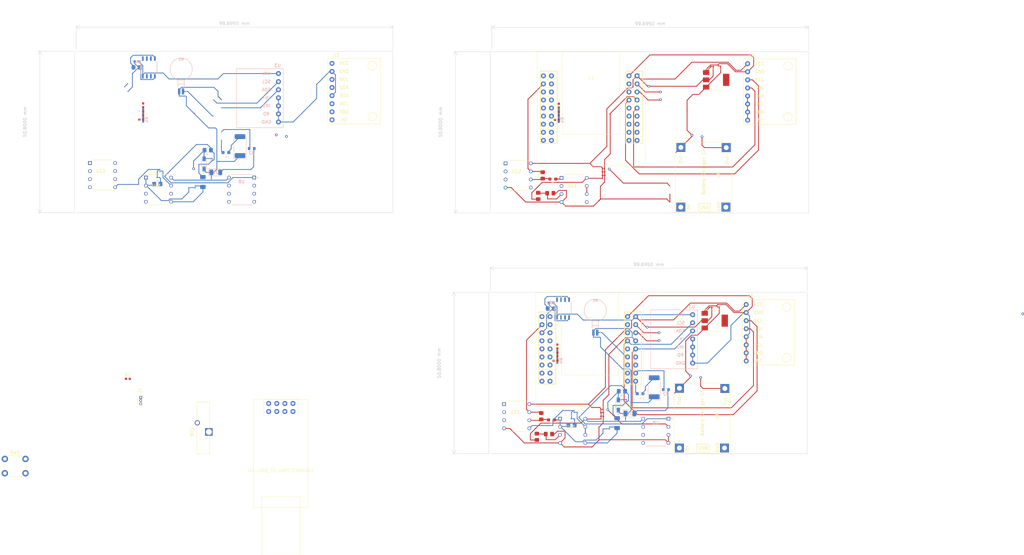
<source format=kicad_pcb>
(kicad_pcb (version 20221018) (generator pcbnew)
  (layers (0 "F.Cu" signal) (31 "B.Cu" signal) (34 "B.Paste" user) (35 "F.Paste" user) (36 "B.SilkS" user "B.Silkscreen") (37 "F.SilkS" user "F.Silkscreen") (38 "B.Mask" user) (39 "F.Mask" user) (44 "Edge.Cuts" user))
  (net 0 "")
  (net 1 "Net-(BT1-+)")
  (net 2 "Net-(D1-A)")
  (net 3 "VDD")
  (net 4 "Net-(U1-SDO{slash}SD0)")
  (net 5 "IO14")
  (net 6 "Net-(J1-Pin_1)")
  (net 7 "Net-(U1-SCK{slash}CLK)")
  (net 8 "Net-(J1-Pin_2)")
  (net 9 "GNDREF")
  (net 12 "Net-(U5-VI)")
  (net 13 "IO21")
  (net 14 "IO22")
  (net 15 "Net-(D2-A)")
  (net 16 "Net-(U11-1IN-)")
  (net 17 "Net-(U11-2IN-)")
  (net 18 "Net-(U12-2IN+)")
  (net 19 "Net-(D3-A)")
  (net 20 "Net-(U11-1IN+)")
  (net 21 "Net-(R13-Pad2)")
  (net 22 "Net-(U12-2IN-)")
  (net 29 "IO33")
  (net 30 "IO39")
  (net 31 "IO35")
  (net 32 "D2")
  (net 38 "D4")
  (net 39 "A-")
  (net 40 "IO15")
  (net 41 "SCL")
  (net 42 "SDA")
  (footprint "Button_Switch_THT:SW_PUSH_6mm_H5mm" (layer "F.Cu") (at 25.019 159.965)
    (fp_text reference "SW1")
    (fp_text value "SW_DIP_x01")
  )
  (footprint "Resistor_SMD:R_0402_1005Metric_Pad0.72x0.64mm_HandSolder" (layer "F.Cu") (at 68.5615 51.206 -90)
    (fp_text reference "R5")
    (fp_text value "R")
  )
  (footprint "Resistor_SMD:R_0603_1608Metric_Pad0.98x0.95mm_HandSolder" (layer "F.Cu") (at 197.5085 71.882 180)
    (fp_text reference "R16")
    (fp_text value "1K")
  )
  (footprint "USB_TO_UART:USB_TO_UART_CH340G" (layer "F.Cu") (at 111.887 164.09875)
    (fp_text reference "U4-USB_TO_UART_CH340G1")
    (fp_text value "~")
  )
  (footprint "Resistor_SMD:R_0402_1005Metric_Pad0.72x0.64mm_HandSolder" (layer "F.Cu") (at 199.39 51.308 -90)
    (fp_text reference "R5")
    (fp_text value "R")
  )
  (footprint "Package_TO_SOT_SMD:SOT-223" (layer "F.Cu") (at 248.92 40.64)
    (fp_text reference "U5" hide)
    (fp_text value "LM1117DT-3.3")
  )
  (footprint "Resistor_SMD:R_0402_1005Metric_Pad0.72x0.64mm_HandSolder" (layer "F.Cu") (at 198.3465 129.052 180)
    (fp_text reference "R3")
    (fp_text value "R")
  )
  (footprint "MPU6050:module_mpu6050" (layer "F.Cu") (at 127.9975 53.238)
    (fp_text reference "U2")
    (fp_text value "MPU-6050")
  )
  (footprint "Resistor_SMD:R_0805_2012Metric_Pad1.20x1.40mm_HandSolder" (layer "F.Cu") (at 192.467 153.0015 90)
    (fp_text reference "R9")
    (fp_text value "10K" hide)
  )
  (footprint "Resistor_SMD:R_0402_1005Metric_Pad0.72x0.64mm_HandSolder" (layer "F.Cu") (at 198.944 127.1095 -90)
    (fp_text reference "R5")
    (fp_text value "R")
  )
  (footprint "RC4558:RC4558" (layer "F.Cu") (at 186.596 70.739)
    (fp_text reference "U12")
    (fp_text value "RC4558P" hide)
  )
  (footprint "Capacitor_SMD:C_01005_0402Metric_Pad0.57x0.30mm_HandSolder" (layer "F.Cu") (at 213.487 70.739)
    (fp_text reference "C7" hide)
    (fp_text value "C")
  )
  (footprint "Package_TO_SOT_SMD:SOT-223" (layer "F.Cu") (at 248.474 116.4415)
    (fp_text reference "U5" hide)
    (fp_text value "LM1117DT-3.3")
  )
  (footprint "Capacitor_SMD:C_01005_0402Metric" (layer "F.Cu") (at 250.063 36.322 180)
    (fp_text reference "C1" hide)
    (fp_text value "C" hide)
  )
  (footprint "Resistor_SMD:R_0402_1005Metric_Pad0.72x0.64mm_HandSolder" (layer "F.Cu") (at 67.964 53.1485 180)
    (fp_text reference "R3")
    (fp_text value "R")
  )
  (footprint "MAX30102:logo hb pcb" (layer "F.Cu") (at 265.049 75.438)
    (fp_text reference "G***" hide)
    (fp_text value "LOGO" hide)
  )
  (footprint "RC4558:RC4558" (layer "F.Cu") (at 186.15 146.5405)
    (fp_text reference "U12")
    (fp_text value "RC4558P" hide)
  )
  (footprint "Resistor_SMD:R_0805_2012Metric_Pad1.20x1.40mm_HandSolder" (layer "F.Cu") (at 196.723 76.327 180)
    (fp_text reference "R10")
    (fp_text value "10K")
  )
  (footprint "RC4558:RC4558" (layer "F.Cu") (at 73.3875 75.209)
    (fp_text reference "U11")
    (fp_text value "RC4558P" hide)
  )
  (footprint "Resistor_SMD:R_0805_2012Metric_Pad1.20x1.40mm_HandSolder" (layer "F.Cu") (at 192.913 77.2 90)
    (fp_text reference "R9")
    (fp_text value "10K" hide)
  )
  (footprint "Resistor_SMD:R_0805_2012Metric_Pad1.20x1.40mm_HandSolder" (layer "F.Cu") (at 194.31 70.723 90)
    (fp_text reference "R15")
    (fp_text value "100K")
  )
  (footprint "Resistor_SMD:R_0402_1005Metric_Pad0.72x0.64mm_HandSolder" (layer "F.Cu") (at 199.39 48.768 90)
    (fp_text reference "R6")
    (fp_text value "R")
  )
  (footprint "Connector_PinSocket_1.00mm:PinSocket_1x03_P1.00mm_Vertical" (layer "F.Cu") (at 67.7805 140.589)
    (fp_text reference "J1")
    (fp_text value "Conn_01x03_Socket")
  )
  (footprint "Capacitor_SMD:C_01005_0402Metric_Pad0.57x0.30mm_HandSolder" (layer "F.Cu") (at 213.041 146.5405)
    (fp_text reference "C7" hide)
    (fp_text value "C")
  )
  (footprint "Resistor_SMD:R_0402_1005Metric_Pad0.72x0.64mm_HandSolder" (layer "F.Cu") (at 198.944 124.5695 90)
    (fp_text reference "R6")
    (fp_text value "R")
  )
  (footprint "ESP32_BOARD:ESP32_BOARD" (layer "F.Cu") (at 209.122 128.4715)
    (fp_text reference "U1")
    (fp_text value "ESP32-WROOM-32U")
  )
  (footprint "Resistor_SMD:R_0603_1608Metric_Pad0.98x0.95mm_HandSolder" (layer "F.Cu") (at 197.0625 147.6835 180)
    (fp_text reference "R16")
    (fp_text value "1K")
  )
  (footprint "ESP32_BOARD:ESP32_BOARD" (layer "F.Cu") (at 209.568 52.67)
    (fp_text reference "U1")
    (fp_text value "ESP32-WROOM-32U")
  )
  (footprint "MAX30102:logo hb pcb" (layer "F.Cu") (at 264.603 151.2395)
    (fp_text reference "G***" hide)
    (fp_text value "LOGO" hide)
  )
  (footprint "Resistor_SMD:R_0402_1005Metric_Pad0.72x0.64mm_HandSolder" (layer "F.Cu") (at 63.754 134.747)
    (fp_text reference "R1")
    (fp_text value "10k")
  )
  (footprint "RC4558:RC4558" (layer "F.Cu") (at 203.77 151.1125)
    (fp_text reference "U11")
    (fp_text value "RC4558P" hide)
  )
  (footprint "Capacitor_SMD:C_01005_0402Metric_Pad0.57x0.30mm_HandSolder" (layer "F.Cu") (at 213.4685 69.596)
    (fp_text reference "C9" hide)
    (fp_text value "100n")
  )
  (footprint "TP4056:TP4056-18650" (layer "F.Cu") (at 236.085 82.416 90)
    (fp_text reference "U6")
    (fp_text value "TP4056")
  )
  (footprint "Capacitor_SMD:C_01005_0402Metric_Pad0.57x0.30mm_HandSolder" (layer "F.Cu") (at 213.0225 145.3975)
    (fp_text reference "C9" hide)
    (fp_text value "100n")
  )
  (footprint "Capacitor_SMD:C_01005_0402Metric" (layer "F.Cu") (at 249.617 112.1235 180)
    (fp_text reference "C1" hide)
    (fp_text value "C" hide)
  )
  (footprint "Resistor_SMD:R_0805_2012Metric_Pad1.20x1.40mm_HandSolder" (layer "F.Cu") (at 193.864 146.5245 90)
    (fp_text reference "R15")
    (fp_text value "100K")
  )
  (footprint "Resistor_SMD:R_0402_1005Metric_Pad0.72x0.64mm_HandSolder" (layer "F.Cu") (at 198.7925 53.2505 180)
    (fp_text reference "R3")
    (fp_text value "R")
  )
  (footprint "Capacitor_SMD:C_01005_0402Metric" (layer "F.Cu") (at 212.91 144.3815)
    (fp_text reference "C6" hide)
    (fp_text value "C")
  )
  (footprint "RC4558:RC4558" (layer "F.Cu") (at 55.7675 70.637)
    (fp_text reference "U12")
    (fp_text value "RC4558P" hide)
  )
  (footprint "RC4558:RC4558" (layer "F.Cu") (at 204.216 75.311)
    (fp_text reference "U11")
    (fp_text value "RC4558P" hide)
  )
  (footprint "Resistor_SMD:R_0805_2012Metric_Pad1.20x1.40mm_HandSolder" (layer "F.Cu") (at 196.277 152.1285 180)
    (fp_text reference "R10")
    (fp_text value "10K")
  )
  (footprint "MPU6050:module_mpu6050" (layer "F.Cu") (at 258.38 129.1415)
    (fp_text reference "U2")
    (fp_text value "MPU-6050")
  )
  (footprint "Resistor_SMD:R_0402_1005Metric_Pad0.72x0.64mm_HandSolder" (layer "F.Cu") (at 68.5615 48.666 90)
    (fp_text reference "R6")
    (fp_text value "R")
  )
  (footprint "MAX30102:logo hb pcb" (layer "F.Cu") (at 134.2205 75.336)
    (fp_text reference "G***" hide)
    (fp_text value "LOGO" hide)
  )
  (footprint "Capacitor_SMD:C_01005_0402Metric" (layer "F.Cu") (at 213.356 68.58)
    (fp_text reference "C6" hide)
    (fp_text value "C")
  )
  (footprint "Battery:Battery_Panasonic_CR1632-V1AN_Vertical_CircularHoles" (layer "F.Cu") (at 89.248 151.465 90)
    (fp_text reference "BT1")
    (fp_text value "Battery")
  )
  (footprint "TP4056:TP4056-18650" (layer "F.Cu") (at 235.639 158.2175 90)
    (fp_text reference "U6")
    (fp_text value "TP4056")
  )
  (footprint "Capacitor_SMD:C_01005_0402Metric_Pad0.57x0.30mm_HandSolder" (layer "F.Cu") (at 247.65 36.449)
    (fp_text reference "C2" hide)
    (fp_text value "C" hide)
  )
  (footprint "Capacitor_SMD:C_01005_0402Metric_Pad0.57x0.30mm_HandSolder" (layer "F.Cu") (at 247.204 112.2505)
    (fp_text reference "C2" hide)
    (fp_text value "C" hide)
  )
  (footprint "MPU6050:module_mpu6050" (layer "F.Cu") (at 258.826 53.34)
    (fp_text reference "U2")
    (fp_text value "MPU-6050")
  )
  (footprint "Resistor_SMD:R_0805_2012Metric_Pad1.20x1.40mm_HandSolder" (layer "B.Cu") (at 196.912 112.6315 180)
    (fp_text reference "R77")
    (fp_text value "10k")
  )
  (footprint "Capacitor_SMD:C_01005_0402Metric" (layer "B.Cu") (at 220.407 147.8105 -90)
    (fp_text reference "C3")
    (fp_text value "C")
  )
  (footprint "Resistor_SMD:R_0603_1608Metric" (layer "B.Cu") (at 233.107 138.1585)
    (fp_text reference "R2")
    (fp_text value "100")
  )
  (footprint "Resistor_SMD:R_0805_2012Metric_Pad1.20x1.40mm_HandSolder" (layer "B.Cu") (at 203.389 149.3345 180)
    (fp_text reference "R14")
    (fp_text value "10K")
  )
  (footprint "Resistor_SMD:R_0402_1005Metric_Pad0.72x0.64mm_HandSolder" (layer "B.Cu") (at 66.5295 34.823 180)
    (fp_text reference "R18" hide)
    (fp_text value "330")
  )
  (footprint "Resistor_SMD:R_0402_1005Metric_Pad0.72x0.64mm_HandSolder" (layer "B.Cu") (at 198.944 129.052 90)
    (fp_text reference "R4")
    (fp_text value "R")
  )
  (footprint "Resistor_SMD:R_0603_1608Metric" (layer "B.Cu") (at 102.7245 62.255)
    (fp_text reference "R2")
    (fp_text value "100")
  )
  (footprint "Capacitor_SMD:C_01005_0402Metric" (layer "B.Cu") (at 90.0245 71.907 -90)
    (fp_text reference "C3")
    (fp_text value "C")
  )
  (footprint "MAX30102:module_max30102" (layer "B.Cu") (at 244.061 132.3485 180)
    (fp_text reference "U3")
    (fp_text value "MAX30102")
  )
  (footprint "Resistor_SMD:R_1206_3216Metric_Pad1.30x1.75mm_HandSolder" (layer "B.Cu") (at 217.74 148.6995 -90)
    (fp_text reference "REF**" hide)
    (fp_text value "330k")
  )
  (footprint "Resistor_SMD:R_01005_0402Metric_Pad0.57x0.30mm_HandSolder" (layer "B.Cu") (at 203.7265 147.3025)
    (fp_text reference "R13" hide)
    (fp_text value "15K")
  )
  (footprint "Resistor_SMD:R_0805_2012Metric_Pad1.20x1.40mm_HandSolder" (layer "B.Cu") (at 88.8815 62.763)
    (fp_text reference "R8")
    (fp_text value "100k")
  )
  (footprint "MOTOR_DC:MOTOR_DC" (layer "B.Cu") (at 80.4995 39.268 180)
    (fp_text reference "M1")
    (fp_text value "Motor_DC")
  )
  (footprint "LED_SMD:LED_1206_3216Metric" (layer "B.Cu") (at 91.4215 69.748)
    (fp_text reference "D1")
    (fp_text value "IR26")
  )
  (footprint "Capacitor_SMD:C_01005_0402Metric" (layer "B.Cu") (at 204.1695 145.0125 90)
    (fp_text reference "C8" hide)
    (fp_text value "1u")
  )
  (footprint "LED_SMD:LED_1206_3216Metric" (layer "B.Cu") (at 221.804 145.6515)
    (fp_text reference "D1")
    (fp_text value "IR26")
  )
  (footprint "Resistor_SMD:R_0603_1608Metric_Pad0.98x0.95mm_HandSolder" (layer "B.Cu") (at 224.979 139.4285)
    (fp_text reference "R17")
    (fp_text value "72.5")
  )
  (footprint "Capacitor_SMD:C_01005_0402Metric" (layer "B.Cu") (at 73.787 69.109 90)
    (fp_text reference "C8" hide)
    (fp_text value "1u")
  )
  (footprint "LM335:LM335N" (layer "B.Cu") (at 200.722 112.6315 -90)
    (fp_text reference "U9")
    (fp_text value "LM335D")
  )
  (footprint "MOTOR_DC:MOTOR_DC" (layer "B.Cu") (at 210.882 115.1715 180)
    (fp_text reference "M1")
    (fp_text value "Motor_DC")
  )
  (footprint "Capacitor_SMD:C_01005_0402Metric" (layer "B.Cu") (at 215.327 150.2025 90)
    (fp_text reference "C5" hide)
    (fp_text value "100n")
  )
  (footprint "LED_SMD:LED_2512_6332Metric_Pad1.52x3.35mm_HandSolder" (layer "B.Cu") (at 99.0415 61.493 90)
    (fp_text reference "D3" hide)
    (fp_text value "LED" hide)
  )
  (footprint "Resistor_SMD:R_0402_1005Metric_Pad0.72x0.64mm_HandSolder" (layer "B.Cu") (at 199.39 53.2505 90)
    (fp_text reference "R4")
    (fp_text value "R")
  )
  (footprint "Resistor_SMD:R_0402_1005Metric_Pad0.72x0.64mm_HandSolder" (layer "B.Cu") (at 68.5615 50.6085 -90)
    (fp_text reference "R7")
    (fp_text value "R")
  )
  (footprint "LED_SMD:PHOTODIO_SD040-101-411" (layer "B.Cu") (at 218.121 142.9845 90)
    (fp_text reference "D2")
    (fp_text value "SFH203FA - IR PHOTODIODO")
  )
  (footprint "Resistor_SMD:R_0402_1005Metric_Pad0.72x0.64mm_HandSolder" (layer "B.Cu") (at 196.912 110.7265 180)
    (fp_text reference "R18" hide)
    (fp_text value "330")
  )
  (footprint "LED_SMD:LED_2512_6332Metric_Pad1.52x3.35mm_HandSolder" (layer "B.Cu") (at 229.424 137.3965 90)
    (fp_text reference "D3" hide)
    (fp_text value "LED" hide)
  )
  (footprint "LM335:LM335N" (layer "B.Cu") (at 70.3395 36.728 -90)
    (fp_text reference "U9")
    (fp_text value "LM335D")
  )
  (footprint "LED_SMD:PHOTODIO_SD040-101-411" (layer "B.Cu") (at 87.7385 67.081 90)
    (fp_text reference "D2")
    (fp_text value "SFH203FA - IR PHOTODIODO")
  )
  (footprint "Resistor_SMD:R_01005_0402Metric_Pad0.57x0.30mm_HandSolder" (layer "B.Cu") (at 73.344 71.399)
    (fp_text reference "R13" hide)
    (fp_text value "15K")
  )
  (footprint "Resistor_SMD:R_1206_3216Metric_Pad1.30x1.75mm_HandSolder" (layer "B.Cu") (at 87.3575 72.796 -90)
    (fp_text reference "REF**" hide)
    (fp_text value "330k")
  )
  (footprint "Capacitor_SMD:C_01005_0402Metric" (layer "B.Cu") (at 220.661 141.5915 -90)
    (fp_text reference "C4" hide)
    (fp_text value "15 pF")
  )
  (footprint "LM1458:LM1458" (layer "B.Cu") (at 229.932 151.1125 180)
    (fp_text reference "U8")
    (fp_text value "LM1458N")
  )
  (footprint "Resistor_SMD:R_0402_1005Metric_Pad0.72x0.64mm_HandSolder" (layer "B.Cu") (at 68.5615 53.1485 90)
    (fp_text reference "R4")
    (fp_text value "R")
  )
  (footprint "Resistor_SMD:R_0603_1608Metric_Pad0.98x0.95mm_HandSolder" (layer "B.Cu") (at 94.5965 63.525)
    (fp_text reference "R17")
    (fp_text value "72.5")
  )
  (footprint "Resistor_SMD:R_0805_2012Metric_Pad1.20x1.40mm_HandSolder" (layer "B.Cu") (at 66.5295 36.728 180)
    (fp_text reference "R77")
    (fp_text value "10k")
  )
  (footprint "Resistor_SMD:R_0805_2012Metric_Pad1.20x1.40mm_HandSolder" (layer "B.Cu") (at 73.0065 73.431 180)
    (fp_text reference "R14")
    (fp_text value "10K")
  )
  (footprint "Capacitor_SMD:C_01005_0402Metric" (layer "B.Cu") (at 84.9445 74.299 90)
    (fp_text reference "C5" hide)
    (fp_text value "100n")
  )
  (footprint "Resistor_SMD:R_0805_2012Metric_Pad1.20x1.40mm_HandSolder" (layer "B.Cu") (at 219.264 138.6665)
    (fp_text reference "R8")
    (fp_text value "100k")
  )
  (footprint "LM1458:LM1458" (layer "B.Cu") (at 99.5495 75.209 180)
    (fp_text reference "U8")
    (fp_text value "LM1458N")
  )
  (footprint "MAX30102:module_max30102" (layer "B.Cu") (at 113.6785 56.445 180)
    (fp_text reference "U3")
    (fp_text value "MAX30102")
  )
  (footprint "Capacitor_SMD:C_01005_0402Metric" (layer "B.Cu") (at 90.2785 65.688 -90)
    (fp_text reference "C4" hide)
    (fp_text value "15 pF")
  )
  (footprint "MAX30102:logo hb pcb" (layer "B.Cu") (at 182.434 116.8225 -90)
    (fp_text reference "G***" hide)
    (fp_text value "LOGO" hide)
  )
  (footprint "Resistor_SMD:R_0402_1005Metric_Pad0.72x0.64mm_HandSolder" (layer "B.Cu") (at 198.944 126.512 -90)
    (fp_text reference "R7")
    (fp_text value "R")
  )
  (footprint "Resistor_SMD:R_0402_1005Metric_Pad0.72x0.64mm_HandSolder" (layer "B.Cu") (at 199.39 50.7105 -90)
    (fp_text reference "R7")
    (fp_text value "R")
  )
  (footprint "MAX30102:logo hb pcb" (layer "B.Cu") (at 52.0515 40.919 -90)
    (fp_text reference "G***" hide)
    (fp_text value "LOGO" hide)
  )
  (gr_line (start 46.9715 31.521) (end 46.9715 82.321) (stroke (width 0.1)) (layer "Edge.Cuts"))
  (gr_line (start 278.003 82.55) (end 278.003 31.75) (stroke (width 0.1)) (layer "Edge.Cuts"))
  (gr_line (start 177.354 107.4245) (end 177.354 158.2245) (stroke (width 0.1)) (layer "Edge.Cuts"))
  (gr_line (start 147.1745 82.448) (end 147.1745 31.648) (stroke (width 0.1)) (layer "Edge.Cuts"))
  (gr_line (start 147.1745 31.648) (end 47.4795 31.648) (stroke (width 0.1)) (layer "Edge.Cuts"))
  (gr_line (start 277.557 107.5515) (end 177.862 107.5515) (stroke (width 0.1)) (layer "Edge.Cuts"))
  (gr_line (start 278.003 31.75) (end 178.308 31.75) (stroke (width 0.1)) (layer "Edge.Cuts"))
  (gr_line (start 277.557 158.3515) (end 277.557 107.5515) (stroke (width 0.1)) (layer "Edge.Cuts"))
  (gr_line (start 47.4795 82.448) (end 147.1745 82.448) (stroke (width 0.1)) (layer "Edge.Cuts"))
  (gr_line (start 177.8 31.623) (end 177.8 82.423) (stroke (width 0.1)) (layer "Edge.Cuts"))
  (gr_line (start 177.862 158.3515) (end 277.557 158.3515) (stroke (width 0.1)) (layer "Edge.Cuts"))
  (gr_line (start 178.308 82.55) (end 278.003 82.55) (stroke (width 0.1)) (layer "Edge.Cuts"))
  (dimension (type aligned) (layer "Edge.Cuts") (pts (xy 147.1745 31.648) (xy 47.4795 31.648)) (height 7.62) (gr_text "99.6950 mm" (at 97.327 22.878) (layer "Edge.Cuts") (effects (font (size 1 1) (thickness 0.15)))) (format (prefix "") (suffix "") (units 3) (units_format 1) (precision 4)) (style (thickness 0.1) (arrow_length 1.27) (text_position_mode 0) (extension_height 0.58642) (extension_offset 0.5) keep_text_aligned))
  (dimension (type aligned) (layer "Edge.Cuts") (pts (xy 177.862 107.5515) (xy 177.862 158.3515)) (height 11.43) (gr_text "50.8000 mm" (at 161.733 129.7765 90) (layer "Edge.Cuts") (effects (font (size 1 1) (thickness 0.15)))) (format (prefix "") (suffix "") (units 3) (units_format 1) (precision 4)) (style (thickness 0.1) (arrow_length 1.27) (text_position_mode 2) (extension_height 0.58642) (extension_offset 0.5) keep_text_aligned))
  (dimension (type aligned) (layer "Edge.Cuts") (pts (xy 278.003 31.75) (xy 178.308 31.75)) (height 7.62) (gr_text "99.6950 mm" (at 228.1555 22.98) (layer "Edge.Cuts") (effects (font (size 1 1) (thickness 0.15)))) (format (prefix "") (suffix "") (units 3) (units_format 1) (precision 4)) (style (thickness 0.1) (arrow_length 1.27) (text_position_mode 0) (extension_height 0.58642) (extension_offset 0.5) keep_text_aligned))
  (dimension (type aligned) (layer "Edge.Cuts") (pts (xy 178.308 31.75) (xy 178.308 82.55)) (height 11.43) (gr_text "50.8000 mm" (at 162.179 53.975 90) (layer "Edge.Cuts") (effects (font (size 1 1) (thickness 0.15)))) (format (prefix "") (suffix "") (units 3) (units_format 1) (precision 4)) (style (thickness 0.1) (arrow_length 1.27) (text_position_mode 2) (extension_height 0.58642) (extension_offset 0.5) keep_text_aligned))
  (dimension (type aligned) (layer "Edge.Cuts") (pts (xy 47.4795 31.648) (xy 47.4795 82.448)) (height 11.43) (gr_text "50.8000 mm" (at 31.3505 53.873 90) (layer "Edge.Cuts") (effects (font (size 1 1) (thickness 0.15)))) (format (prefix "") (suffix "") (units 3) (units_format 1) (precision 4)) (style (thickness 0.1) (arrow_length 1.27) (text_position_mode 2) (extension_height 0.58642) (extension_offset 0.5) keep_text_aligned))
  (dimension (type aligned) (layer "Edge.Cuts") (pts (xy 277.557 107.5515) (xy 177.862 107.5515)) (height 7.62) (gr_text "99.6950 mm" (at 227.7095 98.7815) (layer "Edge.Cuts") (effects (font (size 1 1) (thickness 0.15)))) (format (prefix "") (suffix "") (units 3) (units_format 1) (precision 4)) (style (thickness 0.1) (arrow_length 1.27) (text_position_mode 0) (extension_height 0.58642) (extension_offset 0.5) keep_text_aligned))
  (segment (start 226.568 44.45) (end 224.028 41.91) (width 0.25) (layer "F.Cu") (net 0))
  (segment (start 227.457 46.99) (end 224.917 44.45) (width 0.25) (layer "F.Cu") (net 0))
  (segment (start 224.471 120.2515) (end 223.582 120.2515) (width 0.25) (layer "F.Cu") (net 0))
  (segment (start 224.917 44.45) (end 224.028 44.45) (width 0.25) (layer "F.Cu") (net 0))
  (segment (start 227.457 46.99) (end 231.267 46.99) (width 0.25) (layer "F.Cu") (net 0))
  (segment (start 226.122 120.2515) (end 223.582 117.7115) (width 0.25) (layer "F.Cu") (net 0))
  (segment (start 227.011 122.7915) (end 224.471 120.2515) (width 0.25) (layer "F.Cu") (net 0))
  (segment (start 231.394 44.45) (end 226.568 44.45) (width 0.25) (layer "F.Cu") (net 0))
  (segment (start 231.267 46.99) (end 231.394 46.863) (width 0.25) (layer "F.Cu") (net 0))
  (segment (start 230.821 122.7915) (end 230.948 122.6645) (width 0.25) (layer "F.Cu") (net 0))
  (segment (start 230.948 120.2515) (end 226.122 120.2515) (width 0.25) (layer "F.Cu") (net 0))
  (segment (start 227.011 122.7915) (end 230.821 122.7915) (width 0.25) (layer "F.Cu") (net 0))
  (via (at 231.394 44.45) (size 0.8) (drill 0.4) (layers "F.Cu" "B.Cu") (net 0))
  (via (at 231.394 46.863) (size 0.8) (drill 0.4) (layers "F.Cu" "B.Cu") (net 0))
  (via (at 230.948 122.6645) (size 0.8) (drill 0.4) (layers "F.Cu" "B.Cu") (net 0))
  (via (at 230.948 120.2515) (size 0.8) (drill 0.4) (layers "F.Cu" "B.Cu") (net 0))
  (via (at 345.44 114.3) (size 0.8) (drill 0.4) (layers "F.Cu" "B.Cu") (net 0))
  (segment (start 240.854 133.8405) (end 240.854 134.2325) (width 0.25) (layer "F.Cu") (net 1))
  (segment (start 241.604749 45.212) (end 239.776 47.040749) (width 0.25) (layer "F.Cu") (net 1))
  (segment (start 245.77 42.94) (end 243.498 45.212) (width 0.25) (layer "F.Cu") (net 1))
  (segment (start 240.854 133.8405) (end 239.33 132.3165) (width 0.25) (layer "F.Cu") (net 1))
  (segment (start 240.854 134.2325) (end 235.775 139.3115) (width 0.25) (layer "F.Cu") (net 1))
  (segment (start 243.498 45.212) (end 241.604749 45.212) (width 0.25) (layer "F.Cu") (net 1))
  (segment (start 239.776 56.515) (end 239.776 50.292) (width 0.25) (layer "F.Cu") (net 1))
  (segment (start 110.4715 57.937) (end 110.4715 58.329) (width 0.25) (layer "F.Cu") (net 1))
  (segment (start 239.33 122.842249) (end 239.33 126.2205) (width 0.25) (layer "F.Cu") (net 1))
  (segment (start 239.33 132.3165) (end 239.33 126.0935) (width 0.25) (layer "F.Cu") (net 1))
  (segment (start 245.324 118.7415) (end 249.892 114.1735) (width 0.25) (layer "F.Cu") (net 1))
  (segment (start 241.3 58.039) (end 241.3 58.431) (width 0.25) (layer "F.Cu") (net 1))
  (segment (start 239.776 47.040749) (end 239.776 50.419) (width 0.25) (layer "F.Cu") (net 1))
  (segment (start 245.77 42.94) (end 250.338 38.372) (width 0.25) (layer "F.Cu") (net 1))
  (segment (start 241.158749 121.0135) (end 239.33 122.842249) (width 0.25) (layer "F.Cu") (net 1))
  (segment (start 241.3 58.431) (end 236.221 63.51) (width 0.25) (layer "F.Cu") (net 1))
  (segment (start 243.052 121.0135) (end 241.158749 121.0135) (width 0.25) (layer "F.Cu") (net 1))
  (segment (start 249.892 114.1735) (end 249.892 112.1235) (width 0.25) (layer "F.Cu") (net 1))
  (segment (start 245.324 118.7415) (end 243.052 121.0135) (width 0.25) (layer "F.Cu") (net 1))
  (segment (start 241.3 58.039) (end 239.776 56.515) (width 0.25) (layer "F.Cu") (net 1))
  (segment (start 250.338 38.372) (end 250.338 36.322) (width 0.25) (layer "F.Cu") (net 1))
  (via (at 110.4715 57.937) (size 0.8) (drill 0.4) (layers "F.Cu" "B.Cu") (net 1))
  (via (at 240.854 133.8405) (size 0.8) (drill 0.4) (layers "F.Cu" "B.Cu") (net 1))
  (via (at 241.3 58.039) (size 0.8) (drill 0.4) (layers "F.Cu" "B.Cu") (net 1))
  (segment (start 233.742 138.196) (end 233.742 143.8765) (width 0.25) (layer "B.Cu") (net 2))
  (segment (start 103.322 62.255) (end 103.3595 62.2925) (width 0.25) (layer "B.Cu") (net 2))
  (segment (start 103.3595 62.2925) (end 103.3595 67.973) (width 0.25) (layer "B.Cu") (net 2))
  (segment (start 223.204 145.6515) (end 223.204 146.4135) (width 0.25) (layer "B.Cu") (net 2))
  (segment (start 233.7045 138.1585) (end 233.742 138.196) (width 0.25) (layer "B.Cu") (net 2))
  (segment (start 92.8215 69.748) (end 92.8215 70.51) (width 0.25) (layer "B.Cu") (net 2))
  (segment (start 103.3595 67.973) (end 102.4735 68.859) (width 0.25) (layer "B.Cu") (net 2))
  (segment (start 233.742 143.8765) (end 232.856 144.7625) (width 0.25) (layer "B.Cu") (net 2))
  (segment (start 93.7105 68.859) (end 92.8215 69.748) (width 0.25) (layer "B.Cu") (net 2))
  (segment (start 102.4735 68.859) (end 93.7105 68.859) (width 0.25) (layer "B.Cu") (net 2))
  (segment (start 224.093 144.7625) (end 223.204 145.6515) (width 0.25) (layer "B.Cu") (net 2))
  (segment (start 232.856 144.7625) (end 224.093 144.7625) (width 0.25) (layer "B.Cu") (net 2))
  (segment (start 206.789 72.898) (end 208.186 71.501) (width 0.25) (layer "F.Cu") (net 3))
  (segment (start 77.3575 71.399) (end 77.4845 71.526) (width 0.25) (layer "F.Cu") (net 3))
  (segment (start 256.29 113.4515) (end 258.38 111.3615) (width 0.25) (layer "F.Cu") (net 3))
  (segment (start 208.186 71.501) (end 208.313 71.628) (width 0.25) (layer "F.Cu") (net 3))
  (segment (start 213.106 71.628) (end 213.1495 71.6715) (width 0.25) (layer "F.Cu") (net 3))
  (segment (start 241.242 35.11) (end 252.662396 35.11) (width 0.25) (layer "F.Cu") (net 3))
  (segment (start 207.74 147.3025) (end 207.867 147.4295) (width 0.25) (layer "F.Cu") (net 3))
  (segment (start 246.761 40.64) (end 247.9875 39.4135) (width 0.25) (layer "F.Cu") (net 3))
  (segment (start 213.081 68.339315) (end 213.081 69.546) (width 0.25) (layer "F.Cu") (net 3))
  (segment (start 252.662396 35.11) (end 255.202396 37.65) (width 0.25) (layer "F.Cu") (net 3))
  (segment (start 192.913 78.2) (end 190.881 78.2) (width 0.25) (layer "F.Cu") (net 3))
  (segment (start 207.867 147.4295) (end 212.66 147.4295) (width 0.25) (layer "F.Cu") (net 3))
  (segment (start 254.756396 113.4515) (end 256.29 113.4515) (width 0.25) (layer "F.Cu") (net 3))
  (segment (start 221.107 43.18) (end 217.1065 47.1805) (width 0.25) (layer "F.Cu") (net 3))
  (segment (start 208.723 142.7305) (end 190.12 142.7305) (width 0.25) (layer "F.Cu") (net 3))
  (segment (start 212.279 143.784815) (end 212.635 144.140815) (width 0.25) (layer "F.Cu") (net 3))
  (segment (start 214.057 137.3965) (end 208.723 142.7305) (width 0.25) (layer "F.Cu") (net 3))
  (segment (start 222.758 42.799) (end 222.377 43.18) (width 0.25) (layer "F.Cu") (net 3))
  (segment (start 190.435 154.0015) (end 190.435 152.0015) (width 0.25) (layer "F.Cu") (net 3))
  (segment (start 226.884 118.4735) (end 223.582 115.1715) (width 0.25) (layer "F.Cu") (net 3))
  (segment (start 252.216396 110.9115) (end 254.756396 113.4515) (width 0.25) (layer "F.Cu") (net 3))
  (segment (start 190.881 76.2) (end 192.659 74.422) (width 0.25) (layer "F.Cu") (net 3))
  (segment (start 212.279 143.784815) (end 209.777315 143.784815) (width 0.25) (layer "F.Cu") (net 3))
  (segment (start 242.251 118.4735) (end 227.265 118.4735) (width 0.25) (layer "F.Cu") (net 3))
  (segment (start 192.532 74.549) (end 194.183 72.898) (width 0.25) (layer "F.Cu") (net 3))
  (segment (start 192.086 150.3505) (end 193.737 148.6995) (width 0.25) (layer "F.Cu") (net 3))
  (segment (start 192.467 154.0015) (end 190.435 154.0015) (width 0.25) (layer "F.Cu") (net 3))
  (segment (start 212.725 67.983315) (end 210.223315 67.983315) (width 0.25) (layer "F.Cu") (net 3))
  (segment (start 224.598 116.1875) (end 235.52 116.1875) (width 0.25) (layer "F.Cu") (net 3))
  (segment (start 247.9875 39.4135) (end 247.9875 36.449) (width 0.25) (layer "F.Cu") (net 3))
  (segment (start 217.1065 47.1805) (end 214.503 49.784) (width 0.25) (layer "F.Cu") (net 3))
  (segment (start 244.729 40.64) (end 242.697 42.672) (width 0.25) (layer "F.Cu") (net 3))
  (segment (start 212.635 144.140815) (end 212.635 145.3475) (width 0.25) (layer "F.Cu") (net 3))
  (segment (start 214.503 61.595) (end 209.169 66.929) (width 0.25) (layer "F.Cu") (net 3))
  (segment (start 209.169 66.929) (end 190.566 66.929) (width 0.25) (layer "F.Cu") (net 3))
  (segment (start 206.343 148.6995) (end 207.74 147.3025) (width 0.25) (layer "F.Cu") (net 3))
  (segment (start 212.725 67.983315) (end 213.081 68.339315) (width 0.25) (layer "F.Cu") (net 3))
  (segment (start 242.697 42.672) (end 227.711 42.672) (width 0.25) (layer "F.Cu") (net 3))
  (segment (start 212.7035 146.5405) (end 212.7035 145.416) (width 0.25) (layer "F.Cu") (net 3))
  (segment (start 224.028 39.37) (end 222.758 40.64) (width 0.25) (layer "F.Cu") (net 3))
  (segment (start 222.312 118.6005) (end 221.931 118.9815) (width 0.25) (layer "F.Cu") (net 3))
  (segment (start 212.66 147.4295) (end 212.7035 147.473) (width 0.25) (layer "F.Cu") (net 3))
  (segment (start 190.435 152.0015) (end 192.213 150.2235) (width 0.25) (layer "F.Cu") (net 3))
  (segment (start 227.265 118.4735) (end 226.884 118.4735) (width 0.25) (layer "F.Cu") (net 3))
  (segment (start 193.737 148.6995) (end 206.343 148.6995) (width 0.25) (layer "F.Cu") (net 3))
  (segment (start 247.5415 115.215) (end 247.5415 112.2505) (width 0.25) (layer "F.Cu") (net 3))
  (segment (start 255.202396 37.65) (end 256.736 37.65) (width 0.25) (layer "F.Cu") (net 3))
  (segment (start 220.661 118.9815) (end 216.6605 122.982) (width 0.25) (layer "F.Cu") (net 3))
  (segment (start 213.1495 70.739) (end 213.1495 69.6145) (width 0.25) (layer "F.Cu") (net 3))
  (segment (start 240.796 110.9115) (end 252.216396 110.9115) (width 0.25) (layer "F.Cu") (net 3))
  (segment (start 214.503 49.784) (end 214.503 61.595) (width 0.25) (layer "F.Cu") (net 3))
  (segment (start 212.7035 147.473) (end 212.7035 146.5405) (width 0.25) (layer "F.Cu") (net 3))
  (segment (start 209.777315 143.784815) (end 208.723 142.7305) (width 0.25) (layer "F.Cu") (net 3))
  (segment (start 225.044 40.386) (end 235.966 40.386) (width 0.25) (layer "F.Cu") (net 3))
  (segment (start 245.324 116.4415) (end 244.283 116.4415) (width 0.25) (layer "F.Cu") (net 3))
  (segment (start 222.312 116.4415) (end 222.312 118.6005) (width 0.25) (layer "F.Cu") (net 3))
  (segment (start 227.33 42.672) (end 224.028 39.37) (width 0.25) (layer "F.Cu") (net 3))
  (segment (start 235.966 40.386) (end 241.242 35.11) (width 0.25) (layer "F.Cu") (net 3))
  (segment (start 245.77 40.64) (end 246.761 40.64) (width 0.25) (layer "F.Cu") (net 3))
  (segment (start 216.6605 122.982) (end 214.057 125.5855) (width 0.25) (layer "F.Cu") (net 3))
  (segment (start 221.931 118.9815) (end 220.661 118.9815) (width 0.25) (layer "F.Cu") (net 3))
  (segment (start 244.283 116.4415) (end 242.251 118.4735) (width 0.25) (layer "F.Cu") (net 3))
  (segment (start 194.183 72.898) (end 206.789 72.898) (width 0.25) (layer "F.Cu") (net 3))
  (segment (start 227.711 42.672) (end 227.33 42.672) (width 0.25) (layer "F.Cu") (net 3))
  (segment (start 245.324 116.4415) (end 246.315 116.4415) (width 0.25) (layer "F.Cu") (net 3))
  (segment (start 222.758 40.64) (end 222.758 42.799) (width 0.25) (layer "F.Cu") (net 3))
  (segment (start 213.1495 71.6715) (end 213.1495 70.739) (width 0.25) (layer "F.Cu") (net 3))
  (segment (start 190.881 78.2) (end 190.881 76.2) (width 0.25) (layer "F.Cu") (net 3))
  (segment (start 222.377 43.18) (end 221.107 43.18) (width 0.25) (layer "F.Cu") (net 3))
  (segment (start 208.313 71.628) (end 213.106 71.628) (width 0.25) (layer "F.Cu") (net 3))
  (segment (start 245.77 40.64) (end 244.729 40.64) (width 0.25) (layer "F.Cu") (net 3))
  (segment (start 210.223315 67.983315) (end 209.169 66.929) (width 0.25) (layer "F.Cu") (net 3))
  (segment (start 246.315 116.4415) (end 247.5415 115.215) (width 0.25) (layer "F.Cu") (net 3))
  (segment (start 256.736 37.65) (end 258.826 35.56) (width 0.25) (layer "F.Cu") (net 3))
  (segment (start 214.057 125.5855) (end 214.057 137.3965) (width 0.25) (layer "F.Cu") (net 3))
  (segment (start 224.028 39.37) (end 225.044 40.386) (width 0.25) (layer "F.Cu") (net 3))
  (segment (start 223.582 115.1715) (end 224.598 116.1875) (width 0.25) (layer "F.Cu") (net 3))
  (segment (start 223.582 115.1715) (end 222.312 116.4415) (width 0.25) (layer "F.Cu") (net 3))
  (segment (start 235.52 116.1875) (end 240.796 110.9115) (width 0.25) (layer "F.Cu") (net 3))
  (via (at 227.711 42.672) (size 0.8) (drill 0.4) (layers "F.Cu" "B.Cu") (net 3))
  (via (at 227.265 118.4735) (size 0.8) (drill 0.4) (layers "F.Cu" "B.Cu") (net 3))
  (segment (start 68.4345 39.0775) (end 69.0262 38.4858) (width 0.25) (layer "B.Cu") (net 3))
  (segment (start 198.817 112.034) (end 197.5095 110.7265) (width 0.25) (layer "B.Cu") (net 3))
  (segment (start 93.1995 39.268) (end 92.1125 40.355) (width 0.25) (layer "B.Cu") (net 3))
  (segment (start 92.1125 40.355) (end 76.6895 40.355) (width 0.25) (layer "B.Cu") (net 3))
  (segment (start 208.562 148.1245) (end 207.74 147.3025) (width 0.25) (layer "B.Cu") (net 3))
  (segment (start 74.8203 38.4858) (end 76.6895 40.355) (width 0.25) (layer "B.Cu") (net 3))
  (segment (start 225.14 148.1245) (end 208.562 148.1245) (width 0.25) (layer "B.Cu") (net 3))
  (segment (start 68.4345 36.1305) (end 67.127 34.823) (width 0.25) (layer "B.Cu") (net 3))
  (segment (start 68.4345 39.522) (end 68.4345 36.1305) (width 0.25) (layer "B.Cu") (net 3))
  (segment (start 223.582 115.1715) (end 222.495 116.2585) (width 0.25) (layer "B.Cu") (net 3))
  (segment (start 222.495 116.2585) (end 207.072 116.2585) (width 0.25) (layer "B.Cu") (net 3))
  (segment (start 109.8365 38.665) (end 93.8025 38.665) (width 0.25) (layer "B.Cu") (net 3))
  (segment (start 111.1385 38.665) (end 109.8365 38.665) (width 0.25) (layer "B.Cu") (net 3))
  (segment (start 95.5795 71.399) (end 94.7575 72.221) (width 0.25) (layer "B.Cu") (net 3))
  (segment (start 225.962 147.3025) (end 225.14 148.1245) (width 0.25) (layer "B.Cu") (net 3))
  (segment (start 224.185 114.5685) (end 223.582 115.1715) (width 0.25) (layer "B.Cu") (net 3))
  (segment (start 205.2028 114.3893) (end 207.072 116.2585) (width 0.25) (layer "B.Cu") (net 3))
  (segment (start 198.817 114.981) (end 199.4087 114.3893) (width 0.25) (layer "B.Cu") (net 3))
  (segment (start 198.817 115.4255) (end 198.817 114.981) (width 0.25) (layer "B.Cu") (net 3))
  (segment (start 69.0262 38.4858) (end 74.8203 38.4858) (width 0.25) (layer "B.Cu") (net 3))
  (segment (start 198.817 115.4255) (end 198.817 112.034) (width 0.25) (layer "B.Cu") (net 3))
  (segment (start 224.631 38.767) (end 224.028 39.37) (width 0.25) (layer "B.Cu") (net 3))
  (segment (start 78.1795 72.221) (end 77.3575 71.399) (width 0.25) (layer "B.Cu") (net 3))
  (segment (start 68.4345 39.522) (end 68.4345 39.0775) (width 0.25) (layer "B.Cu") (net 3))
  (segment (start 94.7575 72.221) (end 78.1795 72.221) (width 0.25) (layer "B.Cu") (net 3))
  (segment (start 241.521 114.5685) (end 240.219 114.5685) (width 0.25) (layer "B.Cu") (net 3))
  (segment (start 240.219 114.5685) (end 224.185 114.5685) (width 0.25) (layer "B.Cu") (net 3))
  (segment (start 199.4087 114.3893) (end 205.2028 114.3893) (width 0.25) (layer "B.Cu") (net 3))
  (segment (start 93.8025 38.665) (end 93.1995 39.268) (width 0.25) (layer "B.Cu") (net 3))
  (segment (start 245.77 37.9915) (end 247.3125 36.449) (width 0.25) (layer "F.Cu") (net 9))
  (segment (start 227.632749 108.580751) (end 259.409251 108.580751) (width 0.25) (layer "F.Cu") (net 9))
  (segment (start 199.8 154.9225) (end 201.07 156.1925) (width 0.25) (layer "F.Cu") (net 9))
  (segment (start 245.324 114.1415) (end 245.324 113.793) (width 0.25) (layer "F.Cu") (net 9))
  (segment (start 212.471 74.168) (end 213.8245 72.8145) (width 0.25) (layer "F.Cu") (net 9))
  (segment (start 248.994 111.7755) (end 249.408 111.3615) (width 0.25) (layer "F.Cu") (net 9))
  (segment (start 245.77 38.34) (end 245.77 37.34) (width 0.25) (layer "F.Cu") (net 9))
  (segment (start 249.854 35.56) (end 252.476 35.56) (width 0.25) (layer "F.Cu") (net 9))
  (segment (start 244.029 134.3485) (end 244.029 137.0155) (width 0.25) (layer "F.Cu") (net 9))
  (segment (start 184.404 74.549) (end 188.976 79.121) (width 0.25) (layer "F.Cu") (net 9))
  (segment (start 197.723 76.327) (end 198.501 76.327) (width 0.25) (layer "F.Cu") (net 9))
  (segment (start 260.285 109.4565) (end 260.285 111.9965) (width 0.25) (layer "F.Cu") (net 9))
  (segment (start 199.39 75.438) (end 201.803 75.438) (width 0.25) (layer "F.Cu") (net 9))
  (segment (start 183.958 150.3505) (end 188.53 154.9225) (width 0.25) (layer "F.Cu") (net 9))
  (segment (start 234.348 76.581) (end 234.348 79.121) (width 0.25) (layer "F.Cu") (net 9))
  (segment (start 213.8245 70.739) (end 213.8245 69.6145) (width 0.25) (layer "F.Cu") (net 9))
  (segment (start 220.924 45.903) (end 215.5825 51.2445) (width 0.25) (layer "F.Cu") (net 9))
  (segment (start 254.57 113.9015) (end 258.38 113.9015) (width 0.25) (layer "F.Cu") (net 9))
  (segment (start 215.5825 51.2445) (end 215.5825 63.9445) (width 0.25) (layer "F.Cu") (net 9))
  (segment (start 245.324 114.1415) (end 245.324 113.1415) (width 0.25) (layer "F.Cu") (net 9))
  (segment (start 215.5825 63.9445) (end 213.806 65.721) (width 0.25) (layer "F.Cu") (net 9))
  (segment (start 198.944 151.2395) (end 201.357 151.2395) (width 0.25) (layer "F.Cu") (net 9))
  (segment (start 260.731 33.655) (end 260.731 36.195) (width 0.25) (layer "F.Cu") (net 9))
  (segment (start 259.409251 108.580751) (end 260.285 109.4565) (width 0.25) (layer "F.Cu") (net 9))
  (segment (start 215.1365 127.046) (end 215.1365 139.746) (width 0.25) (layer "F.Cu") (net 9))
  (segment (start 197.277 152.1285) (end 198.055 152.1285) (width 0.25) (layer "F.Cu") (net 9))
  (segment (start 244.475 58.547) (end 244.475 61.214) (width 0.25) (layer "F.Cu") (net 9))
  (segment (start 189.103 79.121) (end 200.246 79.121) (width 0.25) (layer "F.Cu") (net 9))
  (segment (start 244.791 137.7775) (end 251.649 137.7775) (width 0.25) (layer "F.Cu") (net 9))
  (segment (start 233.902 154.9225) (end 232.907651 153.928151) (width 0.25) (layer "F.Cu") (net 9))
  (segment (start 201.803 77.564) (end 200.246 79.121) (width 0.25) (layer "F.Cu") (net 9))
  (segment (start 210.185 80.391) (end 210.312 80.391) (width 0.25) (layer "F.Cu") (net 9))
  (segment (start 201.516 80.391) (end 210.185 80.391) (width 0.25) (layer "F.Cu") (net 9))
  (segment (start 258.826 45.72) (end 258.826 53.34) (width 0.25) (layer "F.Cu") (net 9))
  (segment (start 232.907651 153.928151) (end 212.130349 153.928151) (width 0.25) (layer "F.Cu") (net 9))
  (segment (start 245.77 37.34) (end 247.136 35.974) (width 0.25) (layer "F.Cu") (net 9))
  (segment (start 246.69 111.7755) (end 248.994 111.7755) (width 0.25) (layer "F.Cu") (net 9))
  (segment (start 233.353651 78.126651) (end 212.576349 78.126651) (width 0.25) (layer "F.Cu") (net 9))
  (segment (start 247.136 35.974) (end 249.44 35.974) (width 0.25) (layer "F.Cu") (net 9))
  (segment (start 234.348 79.121) (end 233.353651 78.126651) (width 0.25) (layer "F.Cu") (net 9))
  (segment (start 213.36 141.5225) (end 213.36 145.3975) (width 0.25) (layer "F.Cu") (net 9))
  (segment (start 201.803 75.438) (end 201.803 77.564) (width 0.25) (layer "F.Cu") (net 9))
  (segment (start 245.237 61.976) (end 252.095 61.976) (width 0.25) (layer "F.Cu") (net 9))
  (segment (start 233.902 152.3825) (end 233.902 154.9225) (width 0.25) (layer "F.Cu") (net 9))
  (segment (start 222.495 121.7045) (end 220.478 121.7045) (width 0.25) (layer "F.Cu") (net 9))
  (segment (start 212.576349 78.126651) (end 211.963 78.74) (width 0.25) (layer "F.Cu") (net 9))
  (segment (start 198.501 76.327) (end 199.39 75.438) (width 0.25) (layer "F.Cu") (net 9))
  (segment (start 222.941 45.903) (end 220.924 45.903) (width 0.25) (layer "F.Cu") (net 9))
  (segment (start 93.1995 46.888) (end 92.1125 45.801) (width 0.25) (layer "F.Cu") (net 9))
  (segment (start 244.475 61.214) (end 245.237 61.976) (width 0.25) (layer "F.Cu") (net 9))
  (segment (start 84.754 51.1425) (end 84.5805 51.316) (width 0.25) (layer "F.Cu") (net 9))
  (segment (start 244.029 137.0155) (end 244.791 137.7775) (width 0.25) (layer "F.Cu") (net 9))
  (segment (start 220.478 121.7045) (end 215.1365 127.046) (width 0.25) (layer "F.Cu") (net 9))
  (segment (start 209.739 156.1925) (end 209.866 156.1925) (width 0.25) (layer "F.Cu") (net 9))
  (segment (start 249.408 111.3615) (end 252.03 111.3615) (width 0.25) (layer "F.Cu") (net 9))
  (segment (start 258.38 121.5215) (end 258.38 129.1415) (width 0.25) (layer "F.Cu") (net 9))
  (segment (start 182.18 150.3505) (end 183.958 150.3505) (width 0.25) (layer "F.Cu") (net 9))
  (segment (start 223.582 122.7915) (end 222.495 121.7045) (width 0.25) (layer "F.Cu") (net 9))
  (segment (start 248.994 111.7755) (end 249.342 112.1235) (width 0.25) (layer "F.Cu") (net 9))
  (segment (start 212.025 149.9695) (end 213.3785 148.616) (width 0.25) (layer "F.Cu") (net 9))
  (segment (start 255.016 38.1) (end 258.826 38.1) (width 0.25) (layer "F.Cu") (net 9))
  (segment (start 260.285 111.9965) (end 258.38 113.9015) (width 0.25) (layer "F.Cu") (net 9))
  (segment (start 228.078749 32.779251) (end 259.855251 32.779251) (width 0.25) (layer "F.Cu") (net 9))
  (segment (start 221.042 115.1715) (end 227.632749 108.580751) (width 0.25) (layer "F.Cu") (net 9))
  (segment (start 245.324 113.793) (end 246.8665 112.2505) (width 0.25) (layer "F.Cu") (net 9))
  (segment (start 200.246 79.121) (end 201.516 80.391) (width 0.25) (layer "F.Cu") (net 9))
  (segment (start 215.5825 51.2445) (end 215.409 51.418) (width 0.25) (layer "F.Cu") (net 9))
  (segment (start 252.03 111.3615) (end 254.57 113.9015) (width 0.25) (layer "F.Cu") (net 9))
  (segment (start 213.3785 146.5405) (end 213.3785 145.416) (width 0.25) (layer "F.Cu") (net 9))
  (segment (start 211.517 154.5415) (end 212.025 154.0335) (width 0.25) (layer "F.Cu") (net 9))
  (segment (start 188.657 154.9225) (end 199.8 154.9225) (width 0.25) (layer "F.Cu") (net 9))
  (segment (start 188.53 154.9225) (end 188.657 154.9225) (width 0.25) (layer "F.Cu") (net 9))
  (segment (start 215.1365 127.046) (end 214.963 127.2195) (width 0.25) (layer "F.Cu") (net 9))
  (segment (start 212.130349 153.928151) (end 211.517 154.5415) (width 0.25) (layer "F.Cu") (net 9))
  (segment (start 245.77 38.34) (end 245.77 37.9915) (width 0.25) (layer "F.Cu") (net 9))
  (segment (start 182.626 74.549) (end 184.404 74.549) (width 0.25) (layer "F.Cu") (net 9))
  (segment (start 211.963 78.74) (end 212.471 78.232) (width 0.25) (layer "F.Cu") (net 9))
  (segment (start 249.44 35.974) (end 249.788 36.322) (width 0.25) (layer "F.Cu") (net 9))
  (segment (start 201.357 151.2395) (end 201.357 153.3655) (width 0.25) (layer "F.Cu") (net 9))
  (segment (start 212.025 154.0335) (end 212.025 149.9695) (width 0.25) (layer "F.Cu") (net 9))
  (segment (start 249.44 35.974) (end 249.854 35.56) (width 0.25) (layer "F.Cu") (net 9))
  (segment (start 213.806 65.721) (end 213.806 69.596) (width 0.25) (layer "F.Cu") (net 9))
  (segment (start 212.471 78.232) (end 212.471 74.168) (width 0.25) (layer "F.Cu") (net 9))
  (segment (start 215.1365 139.746) (end 213.36 141.5225) (width 0.25) (layer "F.Cu") (net 9))
  (segment (start 213.8245 72.8145) (end 213.8245 70.739) (width 0.25) (layer "F.Cu") (net 9))
  (segment (start 201.357 153.3655) (end 199.8 154.9225) (width 0.25) (layer "F.Cu") (net 9))
  (segment (start 252.476 35.56) (end 255.016 38.1) (width 0.25) (layer "F.Cu") (net 9))
  (segment (start 224.028 46.99) (end 222.941 45.903) (width 0.25) (layer "F.Cu") (net 9))
  (segment (start 245.324 113.1415) (end 246.69 111.7755) (width 0.25) (layer "F.Cu") (net 9))
  (segment (start 201.07 156.1925) (end 209.739 156.1925) (width 0.25) (layer "F.Cu") (net 9))
  (segment (start 209.866 156.1925) (end 211.517 154.5415) (width 0.25) (layer "F.Cu") (net 9))
  (segment (start 213.3785 148.616) (end 213.3785 146.5405) (width 0.25) (layer "F.Cu") (net 9))
  (segment (start 260.731 36.195) (end 258.826 38.1) (width 0.25) (layer "F.Cu") (net 9))
  (segment (start 221.488 39.37) (end 228.078749 32.779251) (width 0.25) (layer "F.Cu") (net 9))
  (segment (start 188.976 79.121) (end 189.103 79.121) (width 0.25) (layer "F.Cu") (net 9))
  (segment (start 210.312 80.391) (end 211.963 78.74) (width 0.25) (layer "F.Cu") (net 9))
  (segment (start 259.855251 32.779251) (end 260.731 33.655) (width 0.25) (layer "F.Cu") (net 9))
  (segment (start 198.055 152.1285) (end 198.944 151.2395) (width 0.25) (layer "F.Cu") (net 9))
  (via (at 244.029 134.3485) (size 0.8) (drill 0.4) (layers "F.Cu" "B.Cu") (net 9))
  (via (at 244.475 58.547) (size 0.8) (drill 0.4) (layers "F.Cu" "B.Cu") (net 9))
  (via (at 113.6465 58.445) (size 0.8) (drill 0.4) (layers "F.Cu" "B.Cu") (net 9))
  (segment (start 90.7835 69.748) (end 91.7465 68.785) (width 0.25) (layer "B.Cu") (net 9))
  (segment (start 91.7465 56.231749) (end 91.7465 66.319) (width 0.25) (layer "B.Cu") (net 9))
  (segment (start 88.3705 69.748) (end 90.7835 69.748) (width 0.25) (layer "B.Cu") (net 9))
  (segment (start 222.129 132.135249) (end 222.129 142.2225) (width 0.25) (layer "B.Cu") (net 9))
  (segment (start 129.0845 44.531) (end 129.0845 39.085) (width 0.25) (layer "B.Cu") (net 9))
  (segment (start 97.203 66.319) (end 99.0415 64.4805) (width 0.25) (layer "B.Cu") (net 9))
  (segment (start 222.129 142.2225) (end 227.5855 142.2225) (width 0.25) (layer "B.Cu") (net 9))
  (segment (start 111.1385 48.825) (end 111.1385 53.905) (width 0.25) (layer "B.Cu") (net 9))
  (segment (start 241.521 122.1885) (end 241.521 124.7285) (width 0.25) (layer "B.Cu") (net 9))
  (segment (start 72.2445 33.5761) (end 72.2445 33.934) (width 0.25) (layer "B.Cu") (net 9))
  (segment (start 212.302604 121.6485) (end 212.533 121.878896) (width 0.25) (layer "B.Cu") (net 9))
  (segment (start 79.8995 44.288) (end 79.8995 45.745) (width 0.25) (layer "B.Cu") (net 9))
  (segment (start 241.521 129.8085) (end 246.156 129.8085) (width 0.25) (layer "B.Cu") (net 9))
  (segment (start 111.1385 53.905) (end 115.7735 53.905) (width 0.25) (layer "B.Cu") (net 9))
  (segment (start 222.495 120.167249) (end 222.495 121.7045) (width 0.25) (layer "B.Cu") (net 9))
  (segment (start 67.8428 32.918) (end 67.863 32.8978) (width 0.25) (layer "B.Cu") (net 9))
  (segment (start 115.7735 53.905) (end 123.1715 46.507) (width 0.25) (layer "B.Cu") (net 9))
  (segment (start 257.618 113.9015) (end 258.38 113.9015) (width 0.25) (layer "B.Cu") (net 9))
  (segment (start 194.997 109.5915) (end 195.767 108.8215) (width 0.25) (layer "B.Cu") (net 9))
  (segment (start 220.404 145.6515) (end 220.404 147.5355) (width 0.25) (layer "B.Cu") (net 9))
  (segment (start 79.8995 44.288) (end 79.8995 43.762968) (width 0.25) (layer "B.Cu") (net 9))
  (segment (start 82.1505 45.975396) (end 82.1505 48.793) (width 0.25) (layer "B.Cu") (net 9))
  (segment (start 80.669468 42.993) (end 90.841751 42.993) (width 0.25) (layer "B.Cu") (net 9))
  (segment (start 111.1385 46.285) (end 111.1385 48.825) (width 0.25) (layer "B.Cu") (net 9))
  (segment (start 71.5662 32.8978) (end 72.2445 33.5761) (width 0.25) (layer "B.Cu") (net 9))
  (segment (start 218.753 145.6515) (end 221.166 145.6515) (width 0.25) (layer "B.Cu") (net 9))
  (segment (start 222.495 121.7045) (end 223.582 122.7915) (width 0.25) (layer "B.Cu") (net 9))
  (segment (start 202.627 109.4796) (end 202.627 109.8375) (width 0.25) (layer "B.Cu") (net 9))
  (segment (start 129.0845 39.085) (end 127.9975 37.998) (width 0.25) (layer "B.Cu") (net 9))
  (segment (start 92.1125 44.263749) (end 92.1125 45.801) (width 0.25) (layer "B.Cu") (net 9))
  (segment (start 219.518 131.6815) (end 221.675251 131.6815) (width 0.25) (layer "B.Cu") (net 9))
  (segment (start 127.2355 37.998) (end 127.9975 37.998) (width 0.25) (layer "B.Cu") (net 9))
  (segment (start 212.533 124.6965) (end 219.518 131.6815) (width 0.25) (layer "B.Cu") (net 9))
  (segment (start 222.129 144.6885) (end 222.129 142.2225) (width 0.25) (layer "B.Cu") (net 9))
  (segment (start 196.3145 112.6315) (end 194.997 111.314) (width 0.25) (layer "B.Cu") (net 9))
  (segment (start 220.404 147.5355) (end 220.407 147.5355) (width 0.25) (layer "B.Cu") (net 9))
  (segment (start 194.997 111.314) (end 194.997 109.5915) (width 0.25) (layer "B.Cu") (net 9))
  (segment (start 64.6145 35.4105) (end 64.6145 33.688) (width 0.25) (layer "B.Cu") (net 9))
  (segment (start 210.282 120.1915) (end 210.282 121.6485) (width 0.25) (layer "B.Cu") (net 9))
  (segment (start 241.521 124.7285) (end 241.521 129.8085) (width 0.25) (layer "B.Cu") (net 9))
  (segment (start 65.3845 32.918) (end 67.8428 32.918) (width 0.25) (layer "B.Cu") (net 9))
  (segment (start 210.282 120.1915) (end 210.282 119.666468) (width 0.25) (layer "B.Cu") (net 9))
  (segment (start 259.467 114.9885) (end 258.38 113.9015) (width 0.25) (layer "B.Cu") (net 9))
  (segment (start 198.2455 108.8013) (end 201.9487 108.8013) (width 0.25) (layer "B.Cu") (net 9))
  (segment (start 195.767 108.8215) (end 198.2253 108.8215) (width 0.25) (layer "B.Cu") (net 9))
  (segment (start 218.121 145.0195) (end 218.753 145.6515) (width 0.25) (layer "B.Cu") (net 9))
  (segment (start 89.1355 55.778) (end 91.292751 55.778) (width 0.25) (layer "B.Cu") (net 9))
  (segment (start 201.9487 108.8013) (end 202.627 109.4796) (width 0.25) (layer "B.Cu") (net 9))
  (segment (start 221.675251 131.6815) (end 222.129 132.135249) (width 0.25) (layer "B.Cu") (net 9))
  (segment (start 87.7385 69.116) (end 88.3705 69.748) (width 0.25) (layer "B.Cu") (net 9))
  (segment (start 221.224251 118.8965) (end 222.495 120.167249) (width 0.25) (layer "B.Cu") (net 9))
  (segment (start 81.920104 45.745) (end 82.1505 45.975396) (width 0.25) (layer "B.Cu") (net 9))
  (segment (start 91.292751 55.778) (end 91.7465 56.231749) (width 0.25) (layer "B.Cu") (net 9))
  (segment (start 258.064 38.1) (end 258.826 38.1) (width 0.25) (layer "B.Cu") (net 9))
  (segment (start 90.0215 71.632) (end 90.0245 71.632) (width 0.25) (layer "B.Cu") (net 9))
  (segment (start 90.841751 42.993) (end 92.1125 44.263749) (width 0.25) (layer "B.Cu") (net 9))
  (segment (start 259.467 120.4345) (end 259.467 114.9885) (width 0.25) (layer "B.Cu") (net 9))
  (segment (start 82.1505 48.793) (end 89.1355 55.778) (width 0.25) (layer "B.Cu") (net 9))
  (segment (start 91.7465 68.785) (end 91.7465 66.319) (width 0.25) (layer "B.Cu") (net 9))
  (segment (start 221.166 145.6515) (end 222.129 144.6885) (width 0.25) (layer "B.Cu") (net 9))
  (segment (start 90.0215 69.748) (end 90.0215 71.632) (width 0.25) (layer "B.Cu") (net 9))
  (segment (start 211.051968 118.8965) (end 221.224251 118.8965) (width 0.25) (layer "B.Cu") (net 9))
  (segment (start 246.156 129.8085) (end 253.554 122.4105) (width 0.25) (layer "B.Cu") (net 9))
  (segment (start 123.1715 42.062) (end 127.2355 37.998) (width 0.25) (layer "B.Cu") (net 9))
  (segment (start 198.2253 108.8215) (end 198.2455 108.8013) (width 0.25) (layer "B.Cu") (net 9))
  (segment (start 210.282 119.666468) (end 211.051968 118.8965) (width 0.25) (layer "B.Cu") (net 9))
  (segment (start 64.6145 33.688) (end 65.3845 32.918) (width 0.25) (layer "B.Cu") (net 9))
  (segment (start 253.554 117.9655) (end 257.618 113.9015) (width 0.25) (layer "B.Cu") (net 9))
  (segment (start 227.5855 142.2225) (end 229.424 140.384) (width 0.25) (layer "B.Cu") (net 9))
  (segment (start 253.554 122.4105) (end 253.554 117.9655) (width 0.25) (layer "B.Cu") (net 9))
  (segment (start 65.932 36.728) (end 64.6145 35.4105) (width 0.25) (layer "B.Cu") (net 9))
  (segment (start 258.38 121.5215) (end 259.467 120.4345) (width 0.25) (layer "B.Cu") (net 9))
  (segment (start 67.863 32.8978) (end 71.5662 32.8978) (width 0.25) (layer "B.Cu") (net 9))
  (segment (start 92.1125 45.801) (end 93.1995 46.888) (width 0.25) (layer "B.Cu") (net 9))
  (segment (start 79.8995 43.762968) (end 80.669468 42.993) (width 0.25) (layer "B.Cu") (net 9))
  (segment (start 79.8995 45.745) (end 81.920104 45.745) (width 0.25) (layer "B.Cu") (net 9))
  (segment (start 127.9975 45.618) (end 129.0845 44.531) (width 0.25) (layer "B.Cu") (net 9))
  (segment (start 212.533 121.878896) (end 212.533 124.6965) (width 0.25) (layer "B.Cu") (net 9))
  (segment (start 210.282 121.6485) (end 212.302604 121.6485) (width 0.25) (layer "B.Cu") (net 9))
  (segment (start 123.1715 46.507) (end 123.1715 42.062) (width 0.25) (layer "B.Cu") (net 9))
  (segment (start 91.7465 66.319) (end 97.203 66.319) (width 0.25) (layer "B.Cu") (net 9))
  (segment (start 219.709 73.151) (end 215.265 68.707) (width 0.25) (layer "F.Cu") (net 15))
  (segment (start 234.348 74.041) (end 233.458 73.151) (width 0.25) (layer "F.Cu") (net 15))
  (segment (start 214.819 144.5085) (end 214.946 144.6355) (width 0.25) (layer "F.Cu") (net 15))
  (segment (start 84.4365 68.605) (end 84.5635 68.732) (width 0.25) (layer "F.Cu") (net 15))
  (segment (start 219.263 148.9525) (end 214.819 144.5085) (width 0.25) (layer "F.Cu") (net 15))
  (segment (start 233.902 149.8425) (end 233.012 148.9525) (width 0.25) (layer "F.Cu") (net 15))
  (segment (start 233.458 73.151) (end 219.709 73.151) (width 0.25) (layer "F.Cu") (net 15))
  (segment (start 233.012 148.9525) (end 219.263 148.9525) (width 0.25) (layer "F.Cu") (net 15))
  (segment (start 215.265 68.707) (end 215.392 68.834) (width 0.25) (layer "F.Cu") (net 15))
  (via (at 214.819 144.5085) (size 0.8) (drill 0.4) (layers "F.Cu" "B.Cu") (net 15))
  (via (at 215.265 68.707) (size 0.8) (drill 0.4) (layers "F.Cu" "B.Cu") (net 15))
  (via (at 84.4365 68.605) (size 0.8) (drill 0.4) (layers "F.Cu" "B.Cu") (net 15))
  (segment (start 87.8065 65.413) (end 90.2785 65.413) (width 0.25) (layer "B.Cu") (net 15))
  (segment (start 87.8815 62.763) (end 84.4365 66.208) (width 0.25) (layer "B.Cu") (net 15))
  (segment (start 84.4365 66.208) (end 84.4365 68.605) (width 0.25) (layer "B.Cu") (net 15))
  (segment (start 218.121 141.3845) (end 218.189 141.3165) (width 0.25) (layer "B.Cu") (net 15))
  (segment (start 218.264 138.6665) (end 218.121 138.8095) (width 0.25) (layer "B.Cu") (net 15))
  (segment (start 87.7385 65.481) (end 87.8065 65.413) (width 0.25) (layer "B.Cu") (net 15))
  (segment (start 87.8815 62.763) (end 87.7385 62.906) (width 0.25) (layer "B.Cu") (net 15))
  (segment (start 214.819 142.1115) (end 214.819 144.5085) (width 0.25) (layer "B.Cu") (net 15))
  (segment (start 218.121 138.8095) (end 218.121 141.3845) (width 0.25) (layer "B.Cu") (net 15))
  (segment (start 87.7385 62.906) (end 87.7385 65.481) (width 0.25) (layer "B.Cu") (net 15))
  (segment (start 218.189 141.3165) (end 220.661 141.3165) (width 0.25) (layer "B.Cu") (net 15))
  (segment (start 218.264 138.6665) (end 214.819 142.1115) (width 0.25) (layer "B.Cu") (net 15))
  (segment (start 85.035185 74.024) (end 87.0355 74.024) (width 0.25) (layer "B.Cu") (net 16))
  (segment (start 87.0355 74.024) (end 87.3575 74.346) (width 0.25) (layer "B.Cu") (net 16))
  (segment (start 77.3575 79.019) (end 84.3095 79.019) (width 0.25) (layer "B.Cu") (net 16))
  (segment (start 215.417685 149.9275) (end 217.418 149.9275) (width 0.25) (layer "B.Cu") (net 16))
  (segment (start 214.692 154.9225) (end 217.74 151.8745) (width 0.25) (layer "B.Cu") (net 16))
  (segment (start 217.74 151.8745) (end 217.74 150.2495) (width 0.25) (layer "B.Cu") (net 16))
  (segment (start 207.74 154.9225) (end 214.692 154.9225) (width 0.25) (layer "B.Cu") (net 16))
  (segment (start 87.3575 75.971) (end 87.3575 74.346) (width 0.25) (layer "B.Cu") (net 16))
  (segment (start 84.3095 79.019) (end 87.3575 75.971) (width 0.25) (layer "B.Cu") (net 16))
  (segment (start 217.418 149.9275) (end 217.74 150.2495) (width 0.25) (layer "B.Cu") (net 16))
  (segment (start 208.186 74.041) (end 208.186 76.581) (width 0.25) (layer "F.Cu") (net 17))
  (segment (start 207.74 149.8425) (end 207.74 152.3825) (width 0.25) (layer "F.Cu") (net 17))
  (segment (start 74.787 69.384) (end 73.787 69.384) (width 0.25) (layer "B.Cu") (net 17))
  (segment (start 207.74 149.8425) (end 205.1695 147.272) (width 0.25) (layer "B.Cu") (net 17))
  (segment (start 77.3575 73.939) (end 74.787 71.3685) (width 0.25) (layer "B.Cu") (net 17))
  (segment (start 74.787 71.3685) (end 74.787 69.384) (width 0.25) (layer "B.Cu") (net 17))
  (segment (start 205.1695 145.2875) (end 204.1695 145.2875) (width 0.25) (layer "B.Cu") (net 17))
  (segment (start 205.1695 147.272) (end 205.1695 145.2875) (width 0.25) (layer "B.Cu") (net 17))
  (segment (start 190.12 150.3505) (end 191.009 149.4615) (width 0.25) (layer "B.Cu") (net 18))
  (segment (start 73.546315 68.834) (end 73.0065 69.373815) (width 0.25) (layer "B.Cu") (net 18))
  (segment (start 73.0065 69.373815) (end 73.0065 71.399) (width 0.25) (layer "B.Cu") (net 18))
  (segment (start 60.6265 73.558) (end 67.1295 73.558) (width 0.25) (layer "B.Cu") (net 18))
  (segment (start 197.512 147.8105) (end 200.585 144.7375) (width 0.25) (layer "B.Cu") (net 18))
  (segment (start 200.585 144.7375) (end 203.928815 144.7375) (width 0.25) (layer "B.Cu") (net 18))
  (segment (start 67.1295 73.558) (end 67.1295 71.907) (width 0.25) (layer "B.Cu") (net 18))
  (segment (start 197.512 149.4615) (end 197.512 147.8105) (width 0.25) (layer "B.Cu") (net 18))
  (segment (start 203.928815 144.7375) (end 203.389 145.277315) (width 0.25) (layer "B.Cu") (net 18))
  (segment (start 70.2025 68.834) (end 73.546315 68.834) (width 0.25) (layer "B.Cu") (net 18))
  (segment (start 191.009 149.4615) (end 197.512 149.4615) (width 0.25) (layer "B.Cu") (net 18))
  (segment (start 203.389 145.277315) (end 203.389 147.3025) (width 0.25) (layer "B.Cu") (net 18))
  (segment (start 67.1295 71.907) (end 70.2025 68.834) (width 0.25) (layer "B.Cu") (net 18))
  (segment (start 59.7375 74.447) (end 60.6265 73.558) (width 0.25) (layer "B.Cu") (net 18))
  (segment (start 225.8915 139.0475) (end 226.6535 138.2855) (width 0.25) (layer "B.Cu") (net 19))
  (segment (start 225.8915 139.4285) (end 225.8915 139.0475) (width 0.25) (layer "B.Cu") (net 19))
  (segment (start 226.6535 138.2855) (end 226.6535 137.1795) (width 0.25) (layer "B.Cu") (net 19))
  (segment (start 226.6535 137.1795) (end 229.424 134.409) (width 0.25) (layer "B.Cu") (net 19))
  (segment (start 96.271 62.382) (end 96.271 61.276) (width 0.25) (layer "B.Cu") (net 19))
  (segment (start 95.509 63.525) (end 95.509 63.144) (width 0.25) (layer "B.Cu") (net 19))
  (segment (start 96.271 61.276) (end 99.0415 58.5055) (width 0.25) (layer "B.Cu") (net 19))
  (segment (start 95.509 63.144) (end 96.271 62.382) (width 0.25) (layer "B.Cu") (net 19))
  (segment (start 198.276 153.9065) (end 199.8 152.3825) (width 0.25) (layer "F.Cu") (net 20))
  (segment (start 195.404 152.2555) (end 195.404 153.9065) (width 0.25) (layer "F.Cu") (net 20))
  (segment (start 195.404 153.9065) (end 198.276 153.9065) (width 0.25) (layer "F.Cu") (net 20))
  (segment (start 192.913 76.2) (end 193.04 76.327) (width 0.25) (layer "F.Cu") (net 20))
  (segment (start 195.85 78.105) (end 198.722 78.105) (width 0.25) (layer "F.Cu") (net 20))
  (segment (start 198.722 78.105) (end 200.246 76.581) (width 0.25) (layer "F.Cu") (net 20))
  (segment (start 193.04 76.327) (end 195.723 76.327) (width 0.25) (layer "F.Cu") (net 20))
  (segment (start 195.85 76.454) (end 195.85 78.105) (width 0.25) (layer "F.Cu") (net 20))
  (segment (start 192.467 152.0015) (end 192.594 152.1285) (width 0.25) (layer "F.Cu") (net 20))
  (segment (start 192.594 152.1285) (end 195.277 152.1285) (width 0.25) (layer "F.Cu") (net 20))
  (segment (start 74.0065 73.431) (end 74.0065 71.724) (width 0.25) (layer "B.Cu") (net 21))
  (segment (start 204.389 147.6275) (end 204.064 147.3025) (width 0.25) (layer "B.Cu") (net 21))
  (segment (start 204.262 149.4055) (end 203.937 149.0805) (width 0.25) (layer "B.Cu") (net 21))
  (segment (start 204.389 149.3345) (end 204.389 147.6275) (width 0.25) (layer "B.Cu") (net 21))
  (segment (start 74.0065 71.724) (end 73.6815 71.399) (width 0.25) (layer "B.Cu") (net 21))
  (segment (start 73.8795 73.502) (end 73.5545 73.177) (width 0.25) (layer "B.Cu") (net 21))
  (segment (start 195.991 147.5245) (end 196.15 147.6835) (width 0.25) (layer "F.Cu") (net 22))
  (segment (start 193.864 147.5245) (end 195.991 147.5245) (width 0.25) (layer "F.Cu") (net 22))
  (segment (start 196.437 71.723) (end 196.596 71.882) (width 0.25) (layer "F.Cu") (net 22))
  (segment (start 194.31 71.723) (end 196.437 71.723) (width 0.25) (layer "F.Cu") (net 22))
  (segment (start 193.864 147.5245) (end 193.578 147.8105) (width 0.25) (layer "F.Cu") (net 22))
  (segment (start 194.31 71.723) (end 194.024 72.009) (width 0.25) (layer "F.Cu") (net 22))
  (segment (start 194.024 72.009) (end 190.566 72.009) (width 0.25) (layer "F.Cu") (net 22))
  (segment (start 193.578 147.8105) (end 190.12 147.8105) (width 0.25) (layer "F.Cu") (net 22))
  (segment (start 202.627 115.4255) (end 202.627 115.87) (width 0.25) (layer "B.Cu") (net 29))
  (segment (start 198.182 113.304) (end 197.5095 112.6315) (width 0.25) (layer "B.Cu") (net 29))
  (segment (start 65.932 35.533) (end 65.932 34.823) (width 0.25) (layer "B.Cu") (net 29))
  (segment (start 197.5095 112.6315) (end 196.3145 111.4365) (width 0.25) (layer "B.Cu") (net 29))
  (segment (start 202.627 115.87) (end 202.0353 116.4617) (width 0.25) (layer "B.Cu") (net 29))
  (segment (start 194.092 120.2515) (end 195.545 118.7985) (width 0.25) (layer "B.Cu") (net 29))
  (segment (start 67.127 36.728) (end 65.932 35.533) (width 0.25) (layer "B.Cu") (net 29))
  (segment (start 72.2445 39.522) (end 72.2445 39.9665) (width 0.25) (layer "B.Cu") (net 29))
  (segment (start 65.1625 38.6925) (end 67.127 36.728) (width 0.25) (layer "B.Cu") (net 29))
  (segment (start 72.2445 39.9665) (end 71.6528 40.5582) (width 0.25) (layer "B.Cu") (net 29))
  (segment (start 202.0353 116.4617) (end 198.2022 116.4617) (width 0.25) (layer "B.Cu") (net 29))
  (segment (start 195.545 118.7985) (end 195.545 114.596) (width 0.25) (layer "B.Cu") (net 29))
  (segment (start 198.182 116.4415) (end 198.182 113.304) (width 0.25) (layer "B.Cu") (net 29))
  (segment (start 195.545 114.596) (end 197.5095 112.6315) (width 0.25) (layer "B.Cu") (net 29))
  (segment (start 67.7995 37.4005) (end 67.127 36.728) (width 0.25) (layer "B.Cu") (net 29))
  (segment (start 67.8197 40.5582) (end 67.7995 40.538) (width 0.25) (layer "B.Cu") (net 29))
  (segment (start 67.7995 40.538) (end 67.7995 37.4005) (width 0.25) (layer "B.Cu") (net 29))
  (segment (start 198.2022 116.4617) (end 198.182 116.4415) (width 0.25) (layer "B.Cu") (net 29))
  (segment (start 196.3145 111.4365) (end 196.3145 110.7265) (width 0.25) (layer "B.Cu") (net 29))
  (segment (start 65.1625 42.895) (end 65.1625 38.6925) (width 0.25) (layer "B.Cu") (net 29))
  (segment (start 63.7095 44.348) (end 65.1625 42.895) (width 0.25) (layer "B.Cu") (net 29))
  (segment (start 71.6528 40.5582) (end 67.8197 40.5582) (width 0.25) (layer "B.Cu") (net 29))
  (segment (start 208.109651 148.9535) (end 208.108651 148.9525) (width 0.25) (layer "B.Cu") (net 30))
  (segment (start 207.706 148.9525) (end 205.674999 146.9215) (width 0.25) (layer "B.Cu") (net 30))
  (segment (start 86.0875 67.208) (end 89.1355 67.208) (width 0.25) (layer "B.Cu") (net 30))
  (segment (start 89.8815 62.112) (end 89.8815 62.763) (width 0.25) (layer "B.Cu") (net 30))
  (segment (start 216.47 143.1115) (end 219.518 143.1115) (width 0.25) (layer "B.Cu") (net 30))
  (segment (start 90.3805 65.963) (end 90.6345 65.963) (width 0.25) (layer "B.Cu") (net 30))
  (segment (start 77.3235 73.049) (end 75.292499 71.018) (width 0.25) (layer "B.Cu") (net 30))
  (segment (start 89.1355 67.208) (end 90.3805 65.963) (width 0.25) (layer "B.Cu") (net 30))
  (segment (start 221.017 141.8665) (end 221.296 141.5875) (width 0.25) (layer "B.Cu") (net 30))
  (segment (start 208.108651 148.9525) (end 207.706 148.9525) (width 0.25) (layer "B.Cu") (net 30))
  (segment (start 86.0875 69.976) (end 86.0875 67.208) (width 0.25) (layer "B.Cu") (net 30))
  (segment (start 77.727151 73.05) (end 77.726151 73.049) (width 0.25) (layer "B.Cu") (net 30))
  (segment (start 77.726151 73.049) (end 77.3235 73.049) (width 0.25) (layer "B.Cu") (net 30))
  (segment (start 221.296 141.5875) (end 221.296 139.6985) (width 0.25) (layer "B.Cu") (net 30))
  (segment (start 225.569651 148.9535) (end 208.109651 148.9535) (width 0.25) (layer "B.Cu") (net 30))
  (segment (start 96.838151 71.399) (end 95.187151 73.05) (width 0.25) (layer "B.Cu") (net 30))
  (segment (start 95.187151 73.05) (end 77.727151 73.05) (width 0.25) (layer "B.Cu") (net 30))
  (segment (start 220.763 141.8665) (end 221.017 141.8665) (width 0.25) (layer "B.Cu") (net 30))
  (segment (start 90.9135 63.795) (end 89.8815 62.763) (width 0.25) (layer "B.Cu") (net 30))
  (segment (start 220.264 138.0155) (end 220.264 138.6665) (width 0.25) (layer "B.Cu") (net 30))
  (segment (start 90.6345 65.963) (end 90.9135 65.684) (width 0.25) (layer "B.Cu") (net 30))
  (segment (start 103.5195 71.399) (end 96.838151 71.399) (width 0.25) (layer "B.Cu") (net 30))
  (segment (start 215.708 136.8885) (end 219.137 136.8885) (width 0.25) (layer "B.Cu") (net 30))
  (segment (start 233.902 147.3025) (end 227.220651 147.3025) (width 0.25) (layer "B.Cu") (net 30))
  (segment (start 219.137 136.8885) (end 220.264 138.0155) (width 0.25) (layer "B.Cu") (net 30))
  (segment (start 88.7545 60.985) (end 89.8815 62.112) (width 0.25) (layer "B.Cu") (net 30))
  (segment (start 90.9135 65.684) (end 90.9135 63.795) (width 0.25) (layer "B.Cu") (net 30))
  (segment (start 217.74 147.1495) (end 216.47 145.8795) (width 0.25) (layer "B.Cu") (net 30))
  (segment (start 221.296 139.6985) (end 220.264 138.6665) (width 0.25) (layer "B.Cu") (net 30))
  (segment (start 85.3255 60.985) (end 88.7545 60.985) (width 0.25) (layer "B.Cu") (net 30))
  (segment (start 227.220651 147.3025) (end 225.569651 148.9535) (width 0.25) (layer "B.Cu") (net 30))
  (segment (start 75.292499 71.018) (end 85.3255 60.985) (width 0.25) (layer "B.Cu") (net 30))
  (segment (start 205.674999 146.9215) (end 215.708 136.8885) (width 0.25) (layer "B.Cu") (net 30))
  (segment (start 87.3575 71.246) (end 86.0875 69.976) (width 0.25) (layer "B.Cu") (net 30))
  (segment (start 216.47 145.8795) (end 216.47 143.1115) (width 0.25) (layer "B.Cu") (net 30))
  (segment (start 219.518 143.1115) (end 220.763 141.8665) (width 0.25) (layer "B.Cu") (net 30))
  (segment (start 193.61 145.2705) (end 190.12 145.2705) (width 0.25) (layer "F.Cu") (net 31))
  (segment (start 189.23 122.5735) (end 189.23 144.3805) (width 0.25) (layer "F.Cu") (net 31))
  (segment (start 189.23 144.3805) (end 190.12 145.2705) (width 0.25) (layer "F.Cu") (net 31))
  (segment (start 193.864 145.5245) (end 193.61 145.2705) (width 0.25) (layer "F.Cu") (net 31))
  (segment (start 189.676 68.579) (end 190.566 69.469) (width 0.25) (layer "F.Cu") (net 31))
  (segment (start 194.538 41.91) (end 189.676 46.772) (width 0.25) (layer "F.Cu") (net 31))
  (segment (start 189.676 46.772) (end 189.676 68.579) (width 0.25) (layer "F.Cu") (net 31))
  (segment (start 194.092 117.7115) (end 189.23 122.5735) (width 0.25) (layer "F.Cu") (net 31))
  (segment (start 194.056 69.469) (end 190.566 69.469) (width 0.25) (layer "F.Cu") (net 31))
  (segment (start 194.31 69.723) (end 194.056 69.469) (width 0.25) (layer "F.Cu") (net 31))
  (segment (start 194.092 117.7115) (end 193.005 118.7985) (width 0.25) (layer "B.Cu") (net 31))
  (segment (start 63.7095 41.808) (end 62.6225 42.895) (width 0.25) (layer "B.Cu") (net 31))
  (segment (start 223.582 135.4915) (end 223.582 138.944) (width 0.25) (layer "B.Cu") (net 32))
  (segment (start 93.1995 59.588) (end 93.1995 63.0405) (width 0.25) (layer "B.Cu") (net 32))
  (segment (start 93.1995 63.0405) (end 93.684 63.525) (width 0.25) (layer "B.Cu") (net 32))
  (segment (start 223.582 138.944) (end 224.0665 139.4285) (width 0.25) (layer "B.Cu") (net 32))
  (segment (start 232.5095 138.1585) (end 232.5095 132.1895) (width 0.25) (layer "B.Cu") (net 38))
  (segment (start 224.344 132.1895) (end 223.582 132.9515) (width 0.25) (layer "B.Cu") (net 38))
  (segment (start 102.127 62.255) (end 102.127 56.286) (width 0.25) (layer "B.Cu") (net 38))
  (segment (start 93.9615 56.286) (end 93.1995 57.048) (width 0.25) (layer "B.Cu") (net 38))
  (segment (start 232.5095 132.1895) (end 224.344 132.1895) (width 0.25) (layer "B.Cu") (net 38))
  (segment (start 102.127 56.286) (end 93.9615 56.286) (width 0.25) (layer "B.Cu") (net 38))
  (segment (start 199.865 71.882) (end 200.246 71.501) (width 0.25) (layer "F.Cu") (net 39))
  (segment (start 198.421 71.882) (end 199.865 71.882) (width 0.25) (layer "F.Cu") (net 39))
  (segment (start 197.975 147.6835) (end 199.419 147.6835) (width 0.25) (layer "F.Cu") (net 39))
  (segment (start 197.975 147.6835) (end 198.276 147.6835) (width 0.25) (layer "F.Cu") (net 39))
  (segment (start 198.421 71.882) (end 198.722 71.882) (width 0.25) (layer "F.Cu") (net 39))
  (segment (start 199.419 147.6835) (end 199.8 147.3025) (width 0.25) (layer "F.Cu") (net 39))
  (segment (start 69.0365 71.78) (end 69.4175 71.399) (width 0.25) (layer "F.Cu") (net 39))
  (segment (start 76.988849 78.129) (end 76.4675 78.650349) (width 0.25) (layer "B.Cu") (net 39))
  (segment (start 74.288849 78.650349) (end 69.5775 73.939) (width 0.25) (layer "B.Cu") (net 39))
  (segment (start 80.7545 78.129) (end 76.988849 78.129) (width 0.25) (layer "B.Cu") (net 39))
  (segment (start 199.927 149.7155) (end 202.008 149.7155) (width 0.25) (layer "B.Cu") (net 39))
  (segment (start 69.5775 73.939) (end 69.4175 73.939) (width 0.25) (layer "B.Cu") (net 39))
  (segment (start 206.85 154.553849) (end 204.671349 154.553849) (width 0.25) (layer "B.Cu") (net 39))
  (segment (start 69.4175 73.939) (end 69.4175 71.399) (width 0.25) (layer "B.Cu") (net 39))
  (segment (start 207.371349 154.0325) (end 206.85 154.553849) (width 0.25) (layer "B.Cu") (net 39))
  (segment (start 84.853815 74.574) (end 82.9125 74.574) (width 0.25) (layer "B.Cu") (net 39))
  (segment (start 204.671349 154.553849) (end 199.96 149.8425) (width 0.25) (layer "B.Cu") (net 39))
  (segment (start 76.4675 78.650349) (end 74.288849 78.650349) (width 0.25) (layer "B.Cu") (net 39))
  (segment (start 82.9125 75.971) (end 80.7545 78.129) (width 0.25) (layer "B.Cu") (net 39))
  (segment (start 199.96 149.8425) (end 199.8 149.8425) (width 0.25) (layer "B.Cu") (net 39))
  (segment (start 82.9125 74.574) (end 82.9125 75.971) (width 0.25) (layer "B.Cu") (net 39))
  (segment (start 199.8 149.8425) (end 199.8 147.3025) (width 0.25) (layer "B.Cu") (net 39))
  (segment (start 69.5445 73.812) (end 71.6255 73.812) (width 0.25) (layer "B.Cu") (net 39))
  (segment (start 213.295 151.8745) (end 211.137 154.0325) (width 0.25) (layer "B.Cu") (net 39))
  (segment (start 211.137 154.0325) (end 207.371349 154.0325) (width 0.25) (layer "B.Cu") (net 39))
  (segment (start 213.295 150.4775) (end 213.295 151.8745) (width 0.25) (layer "B.Cu") (net 39))
  (segment (start 200.406 74.041) (end 200.246 74.041) (width 0.25) (layer "B.Cu") (net 39))
  (segment (start 215.236315 150.4775) (end 213.295 150.4775) (width 0.25) (layer "B.Cu") (net 39))
  (segment (start 212.981 120.1915) (end 220.661 127.8715) (width 0.25) (layer "B.Cu") (net 40))
  (segment (start 90.2785 51.968) (end 90.6595 51.968) (width 0.25) (layer "B.Cu") (net 40))
  (segment (start 220.661 127.8715) (end 221.042 127.8715) (width 0.25) (layer "B.Cu") (net 40))
  (segment (start 82.5985 44.288) (end 90.2785 51.968) (width 0.25) (layer "B.Cu") (net 40))
  (segment (start 211.482 120.1915) (end 212.981 120.1915) (width 0.25) (layer "B.Cu") (net 40))
  (segment (start 221.107 52.07) (end 221.488 52.07) (width 0.25) (layer "B.Cu") (net 40))
  (segment (start 81.0995 44.288) (end 82.5985 44.288) (width 0.25) (layer "B.Cu") (net 40))
  (segment (start 259.904 116.4415) (end 261.809 118.3465) (width 0.25) (layer "F.Cu") (net 41))
  (segment (start 262.255 42.545) (end 262.255 62.738) (width 0.25) (layer "F.Cu") (net 41))
  (segment (start 262.255 62.738) (end 254.762 70.231) (width 0.25) (layer "F.Cu") (net 41))
  (segment (start 258.38 116.4415) (end 259.904 116.4415) (width 0.25) (layer "F.Cu") (net 41))
  (segment (start 220.401 65.970396) (end 220.401 48.077) (width 0.25) (layer "F.Cu") (net 41))
  (segment (start 261.809 118.3465) (end 261.809 138.5395) (width 0.25) (layer "F.Cu") (net 41))
  (segment (start 261.809 138.5395) (end 254.316 146.0325) (width 0.25) (layer "F.Cu") (net 41))
  (segment (start 219.955 123.8785) (end 221.042 122.7915) (width 0.25) (layer "F.Cu") (net 41))
  (segment (start 260.35 40.64) (end 262.255 42.545) (width 0.25) (layer "F.Cu") (net 41))
  (segment (start 254.762 70.231) (end 224.661604 70.231) (width 0.25) (layer "F.Cu") (net 41))
  (segment (start 220.401 48.077) (end 221.488 46.99) (width 0.25) (layer "F.Cu") (net 41))
  (segment (start 254.316 146.0325) (end 224.215604 146.0325) (width 0.25) (layer "F.Cu") (net 41))
  (segment (start 224.661604 70.231) (end 220.401 65.970396) (width 0.25) (layer "F.Cu") (net 41))
  (segment (start 224.215604 146.0325) (end 219.955 141.771896) (width 0.25) (layer "F.Cu") (net 41))
  (segment (start 219.955 141.771896) (end 219.955 123.8785) (width 0.25) (layer "F.Cu") (net 41))
  (segment (start 258.826 40.64) (end 260.35 40.64) (width 0.25) (layer "F.Cu") (net 41))
  (segment (start 222.129 123.8785) (end 221.042 122.7915) (width 0.25) (layer "B.Cu") (net 41))
  (segment (start 234.751 123.8785) (end 222.129 123.8785) (width 0.25) (layer "B.Cu") (net 41))
  (segment (start 241.521 117.1085) (end 234.751 123.8785) (width 0.25) (layer "B.Cu") (net 41))
  (segment (start 104.3685 47.975) (end 91.7465 47.975) (width 0.25) (layer "B.Cu") (net 41))
  (segment (start 111.1385 41.205) (end 104.3685 47.975) (width 0.25) (layer "B.Cu") (net 41))
  (segment (start 91.7465 47.975) (end 90.6595 46.888) (width 0.25) (layer "B.Cu") (net 41))
  (segment (start 222.941 67.874) (end 222.941 50.617) (width 0.25) (layer "F.Cu") (net 42))
  (segment (start 254.127 68.072) (end 223.139 68.072) (width 0.25) (layer "F.Cu") (net 42))
  (segment (start 261.112 61.087) (end 254.127 68.072) (width 0.25) (layer "F.Cu") (net 42))
  (segment (start 258.826 43.18) (end 260.096 43.18) (width 0.25) (layer "F.Cu") (net 42))
  (segment (start 258.38 118.9815) (end 259.65 118.9815) (width 0.25) (layer "F.Cu") (net 42))
  (segment (start 222.495 143.6755) (end 222.495 126.4185) (width 0.25) (layer "F.Cu") (net 42))
  (segment (start 260.096 43.18) (end 261.112 44.196) (width 0.25) (layer "F.Cu") (net 42))
  (segment (start 222.941 50.617) (end 224.028 49.53) (width 0.25) (layer "F.Cu") (net 42))
  (segment (start 261.112 44.196) (end 261.112 61.087) (width 0.25) (layer "F.Cu") (net 42))
  (segment (start 260.666 119.9975) (end 260.666 136.8885) (width 0.25) (layer "F.Cu") (net 42))
  (segment (start 253.681 143.8735) (end 222.693 143.8735) (width 0.25) (layer "F.Cu") (net 42))
  (segment (start 260.666 136.8885) (end 253.681 143.8735) (width 0.25) (layer "F.Cu") (net 42))
  (segment (start 222.693 143.8735) (end 222.495 143.6755) (width 0.25) (layer "F.Cu") (net 42))
  (segment (start 222.495 126.4185) (end 223.582 125.3315) (width 0.25) (layer "F.Cu") (net 42))
  (segment (start 259.65 118.9815) (end 260.666 119.9975) (width 0.25) (layer "F.Cu") (net 42))
  (segment (start 223.139 68.072) (end 222.941 67.874) (width 0.25) (layer "F.Cu") (net 42))
  (segment (start 105.4555 49.428) (end 93.1995 49.428) (width 0.25) (layer "B.Cu") (net 42))
  (segment (start 111.1385 43.745) (end 105.4555 49.428) (width 0.25) (layer "B.Cu") (net 42))
  (segment (start 235.838 125.3315) (end 223.582 125.3315) (width 0.25) (layer "B.Cu") (net 42))
  (segment (start 241.521 119.6485) (end 235.838 125.3315) (width 0.25) (layer "B.Cu") (net 42))
)
</source>
